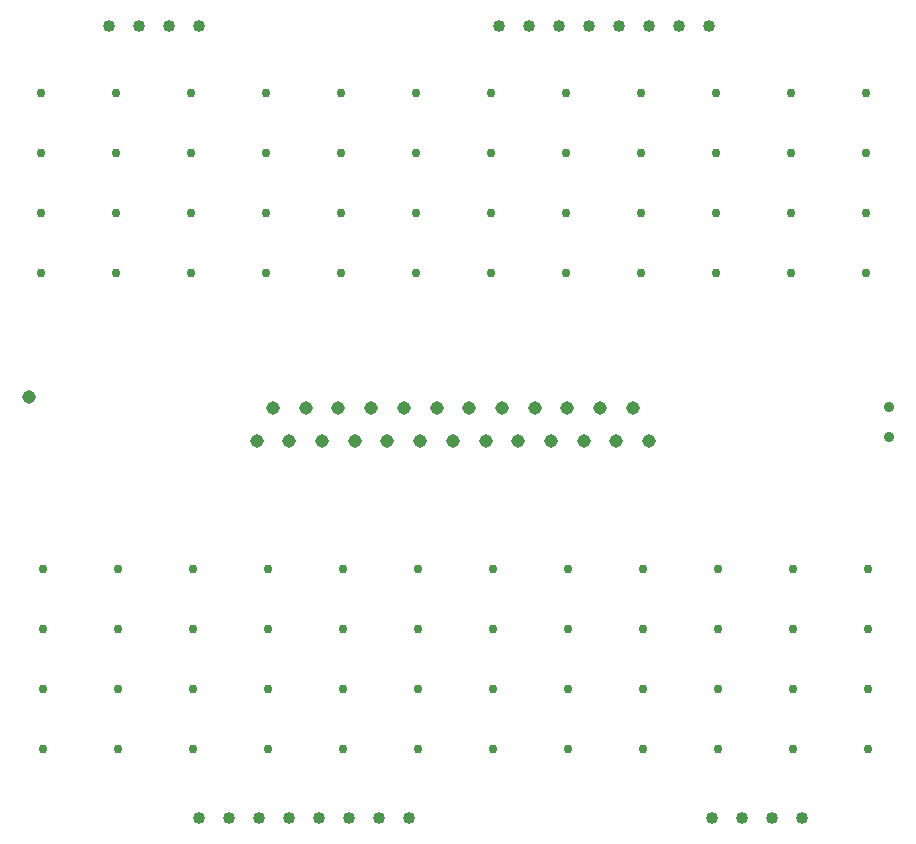
<source format=gbr>
%TF.GenerationSoftware,Altium Limited,Altium Designer,24.1.2 (44)*%
G04 Layer_Color=0*
%FSLAX45Y45*%
%MOMM*%
%TF.SameCoordinates,7409CC48-22DB-44E9-B9CF-AE3C77DAA70A*%
%TF.FilePolarity,Positive*%
%TF.FileFunction,Plated,1,2,PTH,Drill*%
%TF.Part,Single*%
G01*
G75*
%TA.AperFunction,ComponentDrill*%
%ADD29C,1.14300*%
%ADD30C,1.02000*%
%ADD31C,0.76200*%
%ADD32C,0.88900*%
D29*
X2267100Y3390900D02*
D03*
X2544100D02*
D03*
X2821100D02*
D03*
X3098100D02*
D03*
X3375100D02*
D03*
X3652100D02*
D03*
X3929100D02*
D03*
X4206100D02*
D03*
X4483100D02*
D03*
X4760100D02*
D03*
X5037100D02*
D03*
X5314100D02*
D03*
X5591100D02*
D03*
X2405600Y3674900D02*
D03*
X2682600D02*
D03*
X2959600D02*
D03*
X3236600D02*
D03*
X3513600D02*
D03*
X3790600D02*
D03*
X4067600D02*
D03*
X4344600D02*
D03*
X4621600D02*
D03*
X4898600D02*
D03*
X5175600D02*
D03*
X5452600D02*
D03*
X336550Y3768716D02*
D03*
D30*
X6883400Y203200D02*
D03*
X6629400D02*
D03*
X6375400D02*
D03*
X6121400D02*
D03*
X1016000Y6908800D02*
D03*
X1270000D02*
D03*
X1524000D02*
D03*
X1778000D02*
D03*
X4318000D02*
D03*
X4572000D02*
D03*
X4826000D02*
D03*
X5080000D02*
D03*
X5334000D02*
D03*
X5588000D02*
D03*
X5842000D02*
D03*
X6096000D02*
D03*
X1778000Y203200D02*
D03*
X2032000D02*
D03*
X2286000D02*
D03*
X2540000D02*
D03*
X2794000D02*
D03*
X3048000D02*
D03*
X3302000D02*
D03*
X3556000D02*
D03*
D31*
X457200Y787400D02*
D03*
Y1295400D02*
D03*
Y1803400D02*
D03*
Y2311400D02*
D03*
X2349500Y6337300D02*
D03*
Y5829300D02*
D03*
Y5321300D02*
D03*
Y4813300D02*
D03*
X1092200Y2311400D02*
D03*
Y1803400D02*
D03*
Y1295400D02*
D03*
Y787400D02*
D03*
X1727200Y2311400D02*
D03*
Y1803400D02*
D03*
Y1295400D02*
D03*
Y787400D02*
D03*
X2362200Y2311400D02*
D03*
Y1803400D02*
D03*
Y1295400D02*
D03*
Y787400D02*
D03*
X4902200Y2311400D02*
D03*
Y1803400D02*
D03*
Y1295400D02*
D03*
Y787400D02*
D03*
X4267200Y2311400D02*
D03*
Y1803400D02*
D03*
Y1295400D02*
D03*
Y787400D02*
D03*
X3632200Y2311400D02*
D03*
Y1803400D02*
D03*
Y1295400D02*
D03*
Y787400D02*
D03*
X2997200Y2311400D02*
D03*
Y1803400D02*
D03*
Y1295400D02*
D03*
Y787400D02*
D03*
X5537200Y2311400D02*
D03*
Y1803400D02*
D03*
Y1295400D02*
D03*
Y787400D02*
D03*
X6172200Y2311400D02*
D03*
Y1803400D02*
D03*
Y1295400D02*
D03*
Y787400D02*
D03*
X6807200Y2311400D02*
D03*
Y1803400D02*
D03*
Y1295400D02*
D03*
Y787400D02*
D03*
X7442200Y2311400D02*
D03*
Y1803400D02*
D03*
Y1295400D02*
D03*
Y787400D02*
D03*
X444500Y4813300D02*
D03*
Y5321300D02*
D03*
Y5829300D02*
D03*
Y6337300D02*
D03*
X1079500Y4813300D02*
D03*
Y5321300D02*
D03*
Y5829300D02*
D03*
Y6337300D02*
D03*
X1714500Y4813300D02*
D03*
Y5321300D02*
D03*
Y5829300D02*
D03*
Y6337300D02*
D03*
X2984500Y4813300D02*
D03*
Y5321300D02*
D03*
Y5829300D02*
D03*
Y6337300D02*
D03*
X3619500Y4813300D02*
D03*
Y5321300D02*
D03*
Y5829300D02*
D03*
Y6337300D02*
D03*
X4254500Y4813300D02*
D03*
Y5321300D02*
D03*
Y5829300D02*
D03*
Y6337300D02*
D03*
X4889500Y4813300D02*
D03*
Y5321300D02*
D03*
Y5829300D02*
D03*
Y6337300D02*
D03*
X5524500Y4813300D02*
D03*
Y5321300D02*
D03*
Y5829300D02*
D03*
Y6337300D02*
D03*
X6159500Y4813300D02*
D03*
Y5321300D02*
D03*
Y5829300D02*
D03*
Y6337300D02*
D03*
X6794500Y4813300D02*
D03*
Y5321300D02*
D03*
Y5829300D02*
D03*
Y6337300D02*
D03*
X7429500Y4813300D02*
D03*
Y5321300D02*
D03*
Y5829300D02*
D03*
Y6337300D02*
D03*
D32*
X7620000Y3429000D02*
D03*
Y3683000D02*
D03*
%TF.MD5,212a1fee301d3caa0800e2130ef12b3e*%
M02*

</source>
